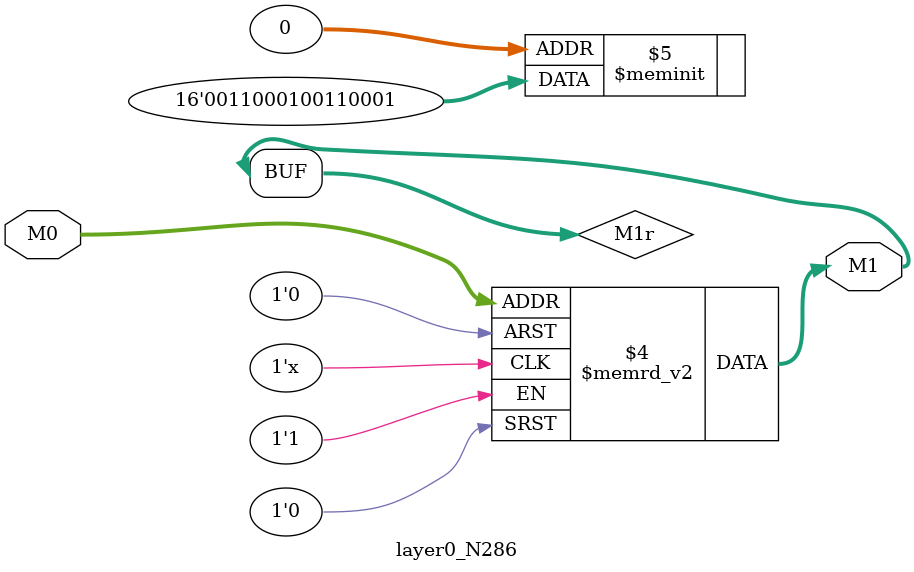
<source format=v>
module layer0_N286 ( input [2:0] M0, output [1:0] M1 );

	(*rom_style = "distributed" *) reg [1:0] M1r;
	assign M1 = M1r;
	always @ (M0) begin
		case (M0)
			3'b000: M1r = 2'b01;
			3'b100: M1r = 2'b01;
			3'b010: M1r = 2'b11;
			3'b110: M1r = 2'b11;
			3'b001: M1r = 2'b00;
			3'b101: M1r = 2'b00;
			3'b011: M1r = 2'b00;
			3'b111: M1r = 2'b00;

		endcase
	end
endmodule

</source>
